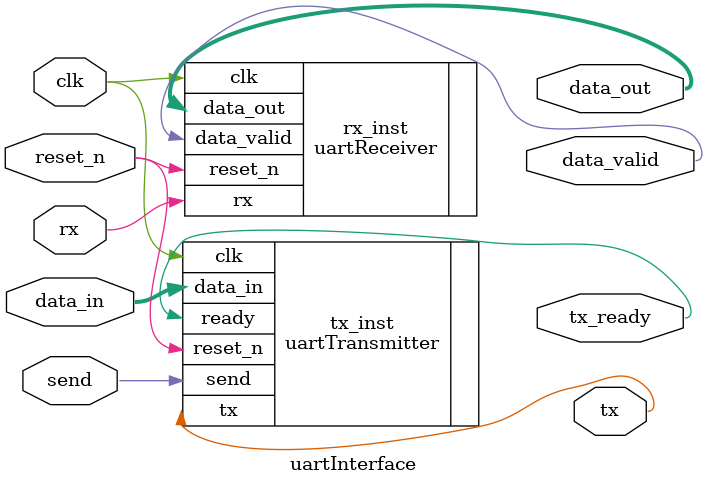
<source format=sv>

module uartInterface #(
    parameter CLOCK_FREQ = 50000000,
    parameter BAUD_RATE  = 115200
)(
    input  logic        clk,
    input  logic        reset_n,

    // UART physical lines
    input  logic        rx,           // UART RX from PC
    output logic        tx,           // UART TX to PC

    // RX interface
    output logic [7:0]  data_out,     // Received byte
    output logic        data_valid,   // Pulse when new byte arrives

    // TX interface
    input  logic        send,         // Pulse to send a byte
    input  logic [7:0]  data_in,      // Byte to send
    output logic        tx_ready      // High when TX is ready
);

    // === Instantiate RX ===
    uartReceiver #(
        .CLOCK_FREQ(CLOCK_FREQ),
        .BAUD_RATE(BAUD_RATE)
    ) rx_inst (
        .clk(clk),
        .reset_n(reset_n),
        .rx(rx),
        .data_out(data_out),
        .data_valid(data_valid)
    );

    // === Instantiate TX ===
    uartTransmitter #(
        .CLOCK_FREQ(CLOCK_FREQ),
        .BAUD_RATE(BAUD_RATE)
    ) tx_inst (
        .clk(clk),
        .reset_n(reset_n),
        .send(send),
        .data_in(data_in),
        .tx(tx),
        .ready(tx_ready)
    );

endmodule
</source>
